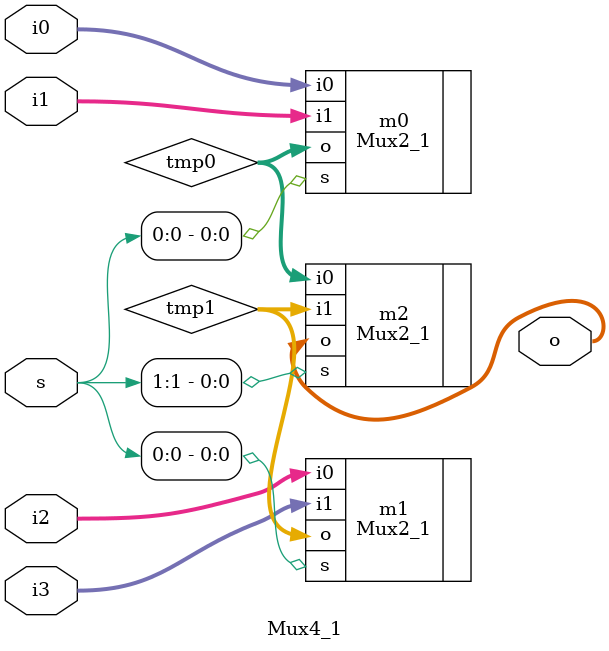
<source format=sv>
module Mux4_1 #(
    WIDTH = 32
) (
    input   [WIDTH - 1 : 0] i0  ,
    input   [WIDTH - 1 : 0] i1  ,
    input   [WIDTH - 1 : 0] i2  ,
    input   [WIDTH - 1 : 0] i3  ,
    input   [1         : 0] s   ,
    output  [WIDTH - 1 : 0] o   
);

    wire    [WIDTH - 1 : 0] tmp0, tmp1;

    Mux2_1 #(.WIDTH(WIDTH)) m0 (.i0(i0), .i1(i1), .s(s[0]), .o(tmp0));
    Mux2_1 #(.WIDTH(WIDTH)) m1 (.i0(i2), .i1(i3), .s(s[0]), .o(tmp1));

    Mux2_1 #(.WIDTH(WIDTH)) m2 (.i0(tmp0), .i1(tmp1), .s(s[1]), .o(o));

endmodule

</source>
